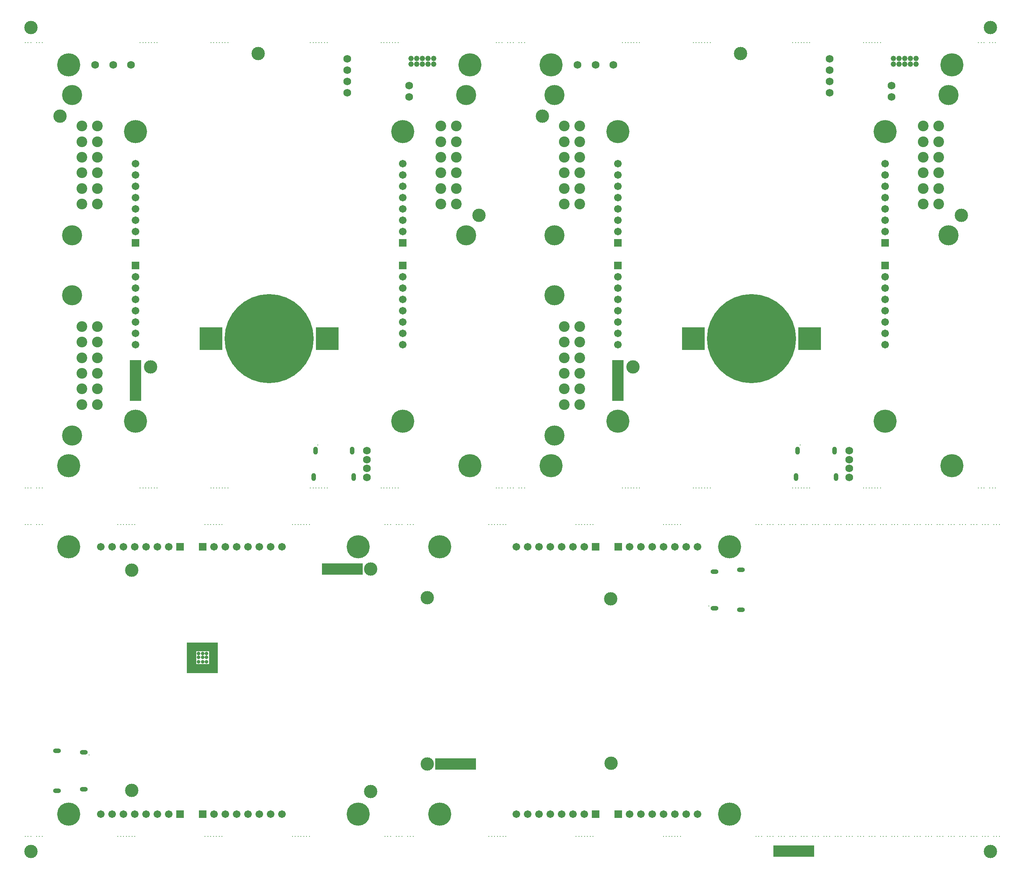
<source format=gbs>
G04*
G04 #@! TF.GenerationSoftware,Altium Limited,Altium Designer,21.1.1 (26)*
G04*
G04 Layer_Color=16711935*
%FSLAX25Y25*%
%MOIN*%
G70*
G04*
G04 #@! TF.SameCoordinates,F28D7FE3-0C23-4916-8856-21DE0BB7123B*
G04*
G04*
G04 #@! TF.FilePolarity,Negative*
G04*
G01*
G75*
%ADD106R,0.36000X0.10000*%
%ADD107R,0.10000X0.36000*%
%ADD108C,0.11811*%
%ADD175R,0.06706X0.06706*%
%ADD176R,0.06706X0.06706*%
%ADD178R,0.00800X0.00800*%
%ADD179C,0.06706*%
%ADD180C,0.20472*%
%ADD181C,0.00800*%
%ADD182O,0.07099X0.03950*%
%ADD183C,0.06800*%
%ADD184C,0.04800*%
%ADD185O,0.03950X0.07099*%
%ADD186C,0.17748*%
%ADD187C,0.09461*%
%ADD188C,0.03162*%
%ADD189C,0.78740*%
%ADD190R,0.20485X0.20485*%
G36*
X249894Y289189D02*
Y262417D01*
X222728D01*
Y289189D01*
X249894D01*
D02*
G37*
%LPC*%
G36*
X230809Y270291D02*
X242207D01*
Y274114D01*
X242207Y281610D01*
X230809Y281610D01*
X230809Y270291D01*
D02*
G37*
%LPD*%
D106*
X758500Y105000D02*
D03*
X459925Y182051D02*
D03*
X360051Y354260D02*
D03*
D107*
X177165Y521134D02*
D03*
X603150D02*
D03*
D108*
X85039Y833071D02*
D03*
X932283D02*
D03*
X85039Y104724D02*
D03*
X932283D02*
D03*
X596925Y328051D02*
D03*
X434925Y182051D02*
D03*
Y329051D02*
D03*
X597425Y182551D02*
D03*
X190575Y533134D02*
D03*
X110575Y754634D02*
D03*
X285575Y810134D02*
D03*
X480575Y667134D02*
D03*
X616559Y533134D02*
D03*
X536559Y754634D02*
D03*
X711559Y810134D02*
D03*
X906559Y667134D02*
D03*
X385051Y354260D02*
D03*
Y157760D02*
D03*
X174051Y353260D02*
D03*
Y158760D02*
D03*
D175*
X603441Y137795D02*
D03*
X583441D02*
D03*
X603441Y374016D02*
D03*
X583441D02*
D03*
X216535Y137795D02*
D03*
X236535D02*
D03*
X216535Y374016D02*
D03*
X236535D02*
D03*
D176*
X413386Y642520D02*
D03*
X177165Y622520D02*
D03*
X413386D02*
D03*
X177165Y642520D02*
D03*
X839370D02*
D03*
X603150Y622520D02*
D03*
X839370D02*
D03*
X603150Y642520D02*
D03*
D178*
X877693Y393701D02*
D03*
X880193D02*
D03*
X885193D02*
D03*
X887693D02*
D03*
X890193D02*
D03*
X875193D02*
D03*
X895193D02*
D03*
X910193D02*
D03*
X907693D02*
D03*
X905193D02*
D03*
X900193D02*
D03*
X897693D02*
D03*
X915193D02*
D03*
X930193D02*
D03*
X927693D02*
D03*
X925193D02*
D03*
X920193D02*
D03*
X917693D02*
D03*
X935193D02*
D03*
X940193D02*
D03*
X937693D02*
D03*
X757693D02*
D03*
X760193D02*
D03*
X765193D02*
D03*
X767693D02*
D03*
X770193D02*
D03*
X755193D02*
D03*
X775193D02*
D03*
X790193D02*
D03*
X787693D02*
D03*
X785193D02*
D03*
X780193D02*
D03*
X777693D02*
D03*
X795193D02*
D03*
X810193D02*
D03*
X807693D02*
D03*
X805193D02*
D03*
X800193D02*
D03*
X797693D02*
D03*
X815193D02*
D03*
X830193D02*
D03*
X827693D02*
D03*
X825193D02*
D03*
X820193D02*
D03*
X817693D02*
D03*
X835193D02*
D03*
X850193D02*
D03*
X847693D02*
D03*
X845193D02*
D03*
X840193D02*
D03*
X837693D02*
D03*
X855193D02*
D03*
X870193D02*
D03*
X867693D02*
D03*
X865193D02*
D03*
X860193D02*
D03*
X857693D02*
D03*
Y118110D02*
D03*
X860193D02*
D03*
X865193D02*
D03*
X867693D02*
D03*
X870193D02*
D03*
X855193D02*
D03*
X875193D02*
D03*
X890193D02*
D03*
X887693D02*
D03*
X885193D02*
D03*
X880193D02*
D03*
X877693D02*
D03*
X895193D02*
D03*
X910193D02*
D03*
X907693D02*
D03*
X905193D02*
D03*
X900193D02*
D03*
X897693D02*
D03*
X915193D02*
D03*
X930193D02*
D03*
X927693D02*
D03*
X925193D02*
D03*
X920193D02*
D03*
X917693D02*
D03*
X935193D02*
D03*
X940193D02*
D03*
X937693D02*
D03*
X837693D02*
D03*
X840193D02*
D03*
X845193D02*
D03*
X847693D02*
D03*
X850193D02*
D03*
X835193D02*
D03*
X817693D02*
D03*
X820193D02*
D03*
X825193D02*
D03*
X827693D02*
D03*
X830193D02*
D03*
X815193D02*
D03*
X797693D02*
D03*
X800193D02*
D03*
X805193D02*
D03*
X807693D02*
D03*
X810193D02*
D03*
X795193D02*
D03*
X777693D02*
D03*
X780193D02*
D03*
X785193D02*
D03*
X787693D02*
D03*
X790193D02*
D03*
X775193D02*
D03*
X757693D02*
D03*
X760193D02*
D03*
X765193D02*
D03*
X767693D02*
D03*
X770193D02*
D03*
X755193D02*
D03*
X79783D02*
D03*
X84784D02*
D03*
X89784D02*
D03*
X94784D02*
D03*
X82284D02*
D03*
D03*
X92283D02*
D03*
X79783Y819685D02*
D03*
X84784D02*
D03*
X89784D02*
D03*
X94784D02*
D03*
X82284D02*
D03*
D03*
X92283D02*
D03*
X936752D02*
D03*
X931752D02*
D03*
X926752D02*
D03*
X921752D02*
D03*
X934252D02*
D03*
D03*
X924252D02*
D03*
X936752Y425984D02*
D03*
X931752D02*
D03*
X926752D02*
D03*
X921752D02*
D03*
X934252D02*
D03*
D03*
X924252D02*
D03*
X735193Y118110D02*
D03*
X730193D02*
D03*
X727693D02*
D03*
X725193D02*
D03*
X750193D02*
D03*
X747693D02*
D03*
X745193D02*
D03*
X740193D02*
D03*
X747693Y393701D02*
D03*
X727693D02*
D03*
X737693D02*
D03*
D03*
X750193D02*
D03*
X745193D02*
D03*
X740193D02*
D03*
X735193D02*
D03*
X730193D02*
D03*
X725193D02*
D03*
X737693Y118110D02*
D03*
X79783Y393701D02*
D03*
X84784D02*
D03*
X89784D02*
D03*
X94784D02*
D03*
X82284D02*
D03*
D03*
X92283D02*
D03*
X79783Y425984D02*
D03*
X84784D02*
D03*
X89784D02*
D03*
X94784D02*
D03*
X82284D02*
D03*
D03*
X92283D02*
D03*
X196331Y819685D02*
D03*
D03*
X193831D02*
D03*
D03*
X191331D02*
D03*
D03*
X188831D02*
D03*
D03*
X186331D02*
D03*
D03*
X183831D02*
D03*
D03*
X181331D02*
D03*
D03*
X409221D02*
D03*
D03*
X406720D02*
D03*
D03*
X404220D02*
D03*
D03*
X401721D02*
D03*
D03*
X399220D02*
D03*
D03*
X396721D02*
D03*
D03*
X394220D02*
D03*
D03*
X331665D02*
D03*
D03*
X334165D02*
D03*
D03*
X336665D02*
D03*
D03*
X339165D02*
D03*
D03*
X341665D02*
D03*
D03*
X344165D02*
D03*
D03*
X346665D02*
D03*
D03*
X258886D02*
D03*
X256386D02*
D03*
D03*
X253886D02*
D03*
D03*
X251386D02*
D03*
D03*
X248886D02*
D03*
D03*
X246386D02*
D03*
D03*
X243886D02*
D03*
D03*
X622315D02*
D03*
D03*
X619815D02*
D03*
D03*
X617315D02*
D03*
D03*
X614815D02*
D03*
D03*
X612315D02*
D03*
D03*
X609815D02*
D03*
D03*
X607315D02*
D03*
D03*
X835205D02*
D03*
D03*
X832705D02*
D03*
D03*
X830205D02*
D03*
D03*
X827705D02*
D03*
D03*
X825205D02*
D03*
D03*
X822705D02*
D03*
D03*
X820205D02*
D03*
D03*
X757650D02*
D03*
D03*
X760150D02*
D03*
D03*
X762650D02*
D03*
D03*
X765150D02*
D03*
D03*
X767650D02*
D03*
D03*
X770150D02*
D03*
D03*
X772650D02*
D03*
D03*
X684870D02*
D03*
X682370D02*
D03*
D03*
X679870D02*
D03*
D03*
X677370D02*
D03*
D03*
X674870D02*
D03*
D03*
X672370D02*
D03*
D03*
X669870D02*
D03*
D03*
X622315Y425984D02*
D03*
D03*
X619815D02*
D03*
D03*
X617315D02*
D03*
D03*
X614815D02*
D03*
D03*
X612315D02*
D03*
D03*
X609815D02*
D03*
D03*
X607315D02*
D03*
D03*
X835205D02*
D03*
D03*
X832705D02*
D03*
D03*
X830205D02*
D03*
D03*
X827705D02*
D03*
D03*
X825205D02*
D03*
D03*
X822705D02*
D03*
D03*
X820205D02*
D03*
D03*
X757650D02*
D03*
D03*
X760150D02*
D03*
D03*
X762650D02*
D03*
D03*
X765150D02*
D03*
D03*
X767650D02*
D03*
D03*
X770150D02*
D03*
D03*
X772650D02*
D03*
D03*
X684870D02*
D03*
X682370D02*
D03*
D03*
X679870D02*
D03*
D03*
X677370D02*
D03*
D03*
X674870D02*
D03*
D03*
X672370D02*
D03*
D03*
X669870D02*
D03*
D03*
X243886D02*
D03*
D03*
X246386D02*
D03*
D03*
X248886D02*
D03*
D03*
X251386D02*
D03*
D03*
X253886D02*
D03*
D03*
X256386D02*
D03*
D03*
X258886D02*
D03*
X346665D02*
D03*
D03*
X344165D02*
D03*
D03*
X341665D02*
D03*
D03*
X339165D02*
D03*
D03*
X336665D02*
D03*
D03*
X334165D02*
D03*
D03*
X331665D02*
D03*
D03*
X518268Y819685D02*
D03*
X498268D02*
D03*
X508268D02*
D03*
D03*
X520768D02*
D03*
X515768D02*
D03*
X510768D02*
D03*
X505768D02*
D03*
X500768D02*
D03*
X495768D02*
D03*
X518268Y425984D02*
D03*
X498268D02*
D03*
X508268D02*
D03*
D03*
X520768D02*
D03*
X515768D02*
D03*
X510768D02*
D03*
X505768D02*
D03*
X500768D02*
D03*
X495768D02*
D03*
X394220D02*
D03*
D03*
X396721D02*
D03*
D03*
X399220D02*
D03*
D03*
X401721D02*
D03*
D03*
X404220D02*
D03*
D03*
X406720D02*
D03*
D03*
X409221D02*
D03*
D03*
X181331D02*
D03*
D03*
X183831D02*
D03*
D03*
X186331D02*
D03*
D03*
X188831D02*
D03*
D03*
X191331D02*
D03*
D03*
X193831D02*
D03*
D03*
X196331D02*
D03*
D03*
X409988Y118110D02*
D03*
X397488Y393701D02*
D03*
X402488D02*
D03*
X407488D02*
D03*
X412488D02*
D03*
X417488D02*
D03*
X422488D02*
D03*
X409988D02*
D03*
D03*
X399988D02*
D03*
X419988D02*
D03*
X412488Y118110D02*
D03*
X417488D02*
D03*
X419988D02*
D03*
X422488D02*
D03*
X397488D02*
D03*
X399988D02*
D03*
X402488D02*
D03*
X407488D02*
D03*
X330772D02*
D03*
D03*
X328272D02*
D03*
D03*
X325772D02*
D03*
D03*
X323272D02*
D03*
D03*
X320772D02*
D03*
D03*
X318272D02*
D03*
D03*
X315772D02*
D03*
D03*
X243709D02*
D03*
D03*
X241209D02*
D03*
D03*
X238709D02*
D03*
D03*
X248709D02*
D03*
D03*
X251209D02*
D03*
D03*
X253709D02*
D03*
D03*
X246209D02*
D03*
X176646D02*
D03*
D03*
X174146D02*
D03*
D03*
X171646D02*
D03*
D03*
X169146D02*
D03*
D03*
X166646D02*
D03*
D03*
X164146D02*
D03*
D03*
X161646D02*
D03*
D03*
X330772Y393701D02*
D03*
D03*
X328272D02*
D03*
D03*
X325772D02*
D03*
D03*
X323272D02*
D03*
D03*
X320772D02*
D03*
D03*
X318272D02*
D03*
D03*
X315772D02*
D03*
D03*
X243709D02*
D03*
D03*
X241209D02*
D03*
D03*
X238709D02*
D03*
D03*
X248709D02*
D03*
D03*
X251209D02*
D03*
D03*
X253709D02*
D03*
D03*
X246209D02*
D03*
X176646D02*
D03*
D03*
X174146D02*
D03*
D03*
X171646D02*
D03*
D03*
X169146D02*
D03*
D03*
X166646D02*
D03*
D03*
X164146D02*
D03*
D03*
X161646D02*
D03*
D03*
X489350D02*
D03*
D03*
X491850D02*
D03*
D03*
X494350D02*
D03*
D03*
X496850D02*
D03*
D03*
X499350D02*
D03*
D03*
X501850D02*
D03*
D03*
X504350D02*
D03*
D03*
X573913D02*
D03*
X581413D02*
D03*
D03*
X578913D02*
D03*
D03*
X576413D02*
D03*
D03*
X566413D02*
D03*
D03*
X568913D02*
D03*
D03*
X571413D02*
D03*
D03*
X643476D02*
D03*
D03*
X645976D02*
D03*
D03*
X648476D02*
D03*
D03*
X650976D02*
D03*
D03*
X653476D02*
D03*
D03*
X655976D02*
D03*
D03*
X658476D02*
D03*
D03*
X489350Y118110D02*
D03*
D03*
X491850D02*
D03*
D03*
X494350D02*
D03*
D03*
X496850D02*
D03*
D03*
X499350D02*
D03*
D03*
X501850D02*
D03*
D03*
X504350D02*
D03*
D03*
X573913D02*
D03*
X581413D02*
D03*
D03*
X578913D02*
D03*
D03*
X576413D02*
D03*
D03*
X566413D02*
D03*
D03*
X568913D02*
D03*
D03*
X571413D02*
D03*
D03*
X643476D02*
D03*
D03*
X645976D02*
D03*
D03*
X648476D02*
D03*
D03*
X650976D02*
D03*
D03*
X653476D02*
D03*
D03*
X655976D02*
D03*
D03*
X658476D02*
D03*
D03*
D179*
X613441Y137795D02*
D03*
X623441D02*
D03*
X633441D02*
D03*
X643441D02*
D03*
X653441D02*
D03*
X663441D02*
D03*
X673441D02*
D03*
X573441D02*
D03*
X563441D02*
D03*
X553441D02*
D03*
X543441D02*
D03*
X533441D02*
D03*
X523441D02*
D03*
X513441D02*
D03*
X613441Y374016D02*
D03*
X623441D02*
D03*
X633441D02*
D03*
X643441D02*
D03*
X653441D02*
D03*
X663441D02*
D03*
X673441D02*
D03*
X573441D02*
D03*
X563441D02*
D03*
X553441D02*
D03*
X543441D02*
D03*
X533441D02*
D03*
X523441D02*
D03*
X513441D02*
D03*
X413386Y652520D02*
D03*
Y662520D02*
D03*
Y672520D02*
D03*
Y682520D02*
D03*
Y692520D02*
D03*
Y702520D02*
D03*
Y712520D02*
D03*
X177165Y612520D02*
D03*
Y602520D02*
D03*
Y592520D02*
D03*
Y582520D02*
D03*
Y572520D02*
D03*
Y562520D02*
D03*
Y552520D02*
D03*
X413386Y612520D02*
D03*
Y602520D02*
D03*
Y592520D02*
D03*
Y582520D02*
D03*
Y572520D02*
D03*
Y562520D02*
D03*
Y552520D02*
D03*
X177165Y652520D02*
D03*
Y662520D02*
D03*
Y672520D02*
D03*
Y682520D02*
D03*
Y692520D02*
D03*
Y702520D02*
D03*
Y712520D02*
D03*
X839370Y652520D02*
D03*
Y662520D02*
D03*
Y672520D02*
D03*
Y682520D02*
D03*
Y692520D02*
D03*
Y702520D02*
D03*
Y712520D02*
D03*
X603150Y612520D02*
D03*
Y602520D02*
D03*
Y592520D02*
D03*
Y582520D02*
D03*
Y572520D02*
D03*
Y562520D02*
D03*
Y552520D02*
D03*
X839370Y612520D02*
D03*
Y602520D02*
D03*
Y592520D02*
D03*
Y582520D02*
D03*
Y572520D02*
D03*
Y562520D02*
D03*
Y552520D02*
D03*
X603150Y652520D02*
D03*
Y662520D02*
D03*
Y672520D02*
D03*
Y682520D02*
D03*
Y692520D02*
D03*
Y702520D02*
D03*
Y712520D02*
D03*
X206535Y137795D02*
D03*
X196535D02*
D03*
X186535D02*
D03*
X176535D02*
D03*
X166535D02*
D03*
X156535D02*
D03*
X146535D02*
D03*
X246535D02*
D03*
X256535D02*
D03*
X266535D02*
D03*
X276535D02*
D03*
X286535D02*
D03*
X296535D02*
D03*
X306535D02*
D03*
X206535Y374016D02*
D03*
X196535D02*
D03*
X186535D02*
D03*
X176535D02*
D03*
X166535D02*
D03*
X156535D02*
D03*
X146535D02*
D03*
X246535D02*
D03*
X256535D02*
D03*
X266535D02*
D03*
X276535D02*
D03*
X286535D02*
D03*
X296535D02*
D03*
X306535D02*
D03*
D180*
X445961Y374016D02*
D03*
X701866D02*
D03*
X445961Y137795D02*
D03*
X701866D02*
D03*
X118110Y800000D02*
D03*
Y445669D02*
D03*
X472441Y800000D02*
D03*
Y445669D02*
D03*
X177165Y740945D02*
D03*
Y485039D02*
D03*
X413386Y740945D02*
D03*
Y485039D02*
D03*
X544095Y800000D02*
D03*
Y445669D02*
D03*
X898425Y800000D02*
D03*
Y445669D02*
D03*
X603150Y740945D02*
D03*
Y485039D02*
D03*
X839370Y740945D02*
D03*
Y485039D02*
D03*
X374016Y137795D02*
D03*
X118110D02*
D03*
X374016Y374016D02*
D03*
X118110D02*
D03*
D181*
X683579Y321701D02*
D03*
X338189Y463980D02*
D03*
X764173D02*
D03*
X136398Y190110D02*
D03*
D182*
X688500Y319614D02*
D03*
Y352134D02*
D03*
X711925Y353551D02*
D03*
Y318197D02*
D03*
X131476Y192197D02*
D03*
Y159677D02*
D03*
X108051Y158260D02*
D03*
Y193614D02*
D03*
D183*
X141732Y800000D02*
D03*
X157480D02*
D03*
X173228D02*
D03*
X419075Y781555D02*
D03*
Y771713D02*
D03*
X364173Y805157D02*
D03*
Y795157D02*
D03*
Y785157D02*
D03*
Y775157D02*
D03*
X381575Y435386D02*
D03*
Y443260D02*
D03*
Y451134D02*
D03*
Y459008D02*
D03*
X567717Y800000D02*
D03*
X583465D02*
D03*
X599213D02*
D03*
X845059Y781555D02*
D03*
Y771713D02*
D03*
X790158Y805157D02*
D03*
Y795157D02*
D03*
Y785157D02*
D03*
Y775157D02*
D03*
X807559Y435386D02*
D03*
Y443260D02*
D03*
Y451134D02*
D03*
Y459008D02*
D03*
D184*
X430575Y805634D02*
D03*
Y800634D02*
D03*
X425575D02*
D03*
Y805634D02*
D03*
X420575D02*
D03*
Y800634D02*
D03*
X435575D02*
D03*
Y805634D02*
D03*
X440575D02*
D03*
Y800634D02*
D03*
X856559Y805634D02*
D03*
Y800634D02*
D03*
X851559D02*
D03*
Y805634D02*
D03*
X846559D02*
D03*
Y800634D02*
D03*
X861559D02*
D03*
Y805634D02*
D03*
X866559D02*
D03*
Y800634D02*
D03*
D185*
X334685Y435634D02*
D03*
X370039D02*
D03*
X368622Y459059D02*
D03*
X336102D02*
D03*
X760669Y435634D02*
D03*
X796024D02*
D03*
X794606Y459059D02*
D03*
X762087D02*
D03*
D186*
X469291Y773425D02*
D03*
Y649409D02*
D03*
X121260Y472244D02*
D03*
Y596260D02*
D03*
X121260Y649409D02*
D03*
Y773425D02*
D03*
X895276D02*
D03*
Y649409D02*
D03*
X547244Y472244D02*
D03*
Y596260D02*
D03*
X547244Y649409D02*
D03*
Y773425D02*
D03*
D187*
X446850Y676968D02*
D03*
Y690748D02*
D03*
Y704528D02*
D03*
Y718307D02*
D03*
Y732087D02*
D03*
Y745866D02*
D03*
X460630Y676968D02*
D03*
Y690748D02*
D03*
Y704528D02*
D03*
Y718307D02*
D03*
Y732087D02*
D03*
Y745866D02*
D03*
X143701Y568701D02*
D03*
Y554921D02*
D03*
Y541142D02*
D03*
Y527362D02*
D03*
Y513583D02*
D03*
Y499803D02*
D03*
X129921Y568701D02*
D03*
Y554921D02*
D03*
Y541142D02*
D03*
Y527362D02*
D03*
Y513583D02*
D03*
Y499803D02*
D03*
X143701Y745866D02*
D03*
Y732087D02*
D03*
Y718307D02*
D03*
X143701Y704528D02*
D03*
X143701Y690748D02*
D03*
Y676968D02*
D03*
X129921Y745866D02*
D03*
X129921Y732087D02*
D03*
Y718307D02*
D03*
Y704528D02*
D03*
X129921Y690748D02*
D03*
Y676968D02*
D03*
X872835Y676968D02*
D03*
Y690748D02*
D03*
Y704528D02*
D03*
Y718307D02*
D03*
Y732087D02*
D03*
Y745866D02*
D03*
X886614Y676968D02*
D03*
Y690748D02*
D03*
Y704528D02*
D03*
Y718307D02*
D03*
Y732087D02*
D03*
Y745866D02*
D03*
X569685Y568701D02*
D03*
Y554921D02*
D03*
Y541142D02*
D03*
Y527362D02*
D03*
Y513583D02*
D03*
Y499803D02*
D03*
X555905Y568701D02*
D03*
Y554921D02*
D03*
Y541142D02*
D03*
Y527362D02*
D03*
Y513583D02*
D03*
Y499803D02*
D03*
X569685Y745866D02*
D03*
Y732087D02*
D03*
Y718307D02*
D03*
X569685Y704528D02*
D03*
X569685Y690748D02*
D03*
Y676968D02*
D03*
X555905Y745866D02*
D03*
X555905Y732087D02*
D03*
Y718307D02*
D03*
Y704528D02*
D03*
X555905Y690748D02*
D03*
Y676968D02*
D03*
D188*
X236508Y272260D02*
D03*
X232965D02*
D03*
X240051D02*
D03*
X236508Y279740D02*
D03*
X232965D02*
D03*
X240051D02*
D03*
Y276197D02*
D03*
X232965D02*
D03*
X236508D02*
D03*
D189*
X295276Y558134D02*
D03*
X721260D02*
D03*
D190*
X244094D02*
D03*
X346457D02*
D03*
X670079D02*
D03*
X772441D02*
D03*
M02*

</source>
